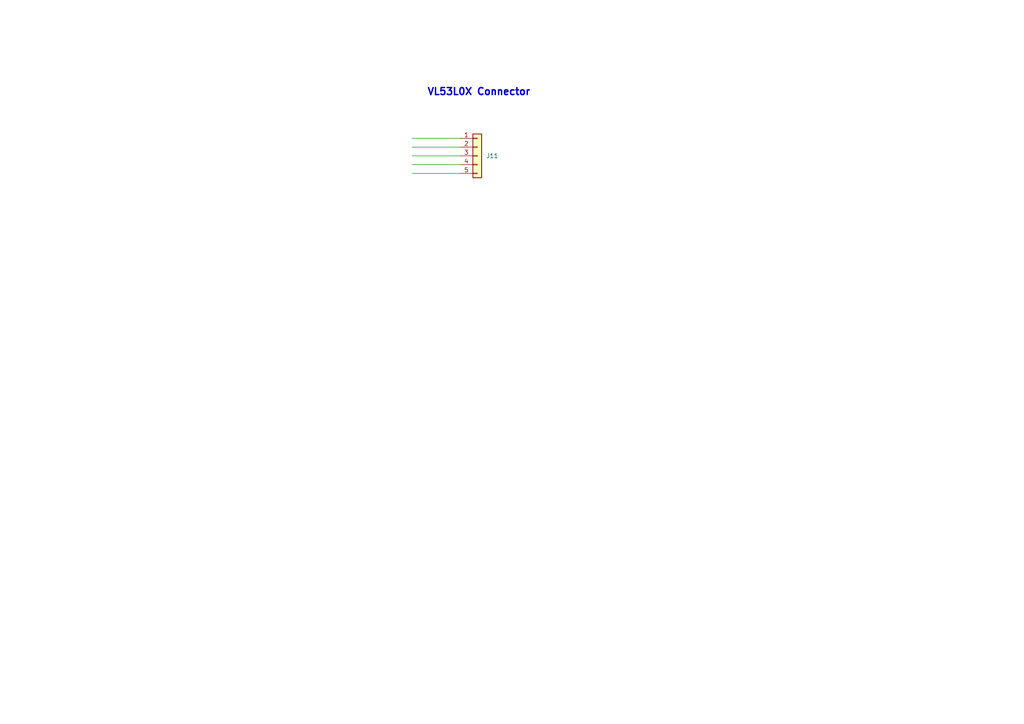
<source format=kicad_sch>
(kicad_sch (version 20211123) (generator eeschema)
  (paper "A4")
  (lib_symbols
    (symbol "Connector_Generic:Conn_01x05" (pin_names (offset 1.016) hide)
      (property "Reference" "J" (at 0 7.62 0))
      (property "Value" "Conn_01x05" (at 0 -7.62 0))
      (symbol "Conn_01x05_1_1"
        (rectangle (start -1.27 -4.953) (end 0 -5.207) (stroke (width 0.1524)))
        (rectangle (start -1.27 -2.413) (end 0 -2.667) (stroke (width 0.1524)))
        (rectangle (start -1.27 0.127) (end 0 -0.127) (stroke (width 0.1524)))
        (rectangle (start -1.27 2.667) (end 0 2.413) (stroke (width 0.1524)))
        (rectangle (start -1.27 5.207) (end 0 4.953) (stroke (width 0.1524)))
        (rectangle (start -1.27 6.35) (end 1.27 -6.35) (stroke (width 0.254)) (fill (type background)))
        (pin passive line (at -5.08 5.08 0) (length 3.81) (name "Pin_1") (number "1"))
        (pin passive line (at -5.08 2.54 0) (length 3.81) (name "Pin_2") (number "2"))
        (pin passive line (at -5.08 0 0) (length 3.81) (name "Pin_3") (number "3"))
        (pin passive line (at -5.08 -2.54 0) (length 3.81) (name "Pin_4") (number "4"))
        (pin passive line (at -5.08 -5.08 0) (length 3.81) (name "Pin_5") (number "5"))
      )
    )
  )
  (wire (pts (xy 119.507 40.132) (xy 133.35 40.132)))
  (wire (pts (xy 119.507 47.752) (xy 133.35 47.752)))
  (wire (pts (xy 119.507 45.212) (xy 133.35 45.212)))
  (wire (pts (xy 119.507 42.672) (xy 133.35 42.672)))
  (wire (pts (xy 119.507 50.292) (xy 133.35 50.292)))
  (text "VL53L0X Connector" (at 123.825 27.94 0) (effects (font (size 2.032 2.032) (thickness 0.4064) bold) (justify left bottom)))
  (symbol (lib_id "Connector_Generic:Conn_01x05") (at 138.43 45.212 0) (unit 1)
    (property "Reference" "J11" (at 140.97 45.2119 0) (effects (justify left)))
    (property "Value" "Conn_01x05" (effects hide))
  )
)
</source>
